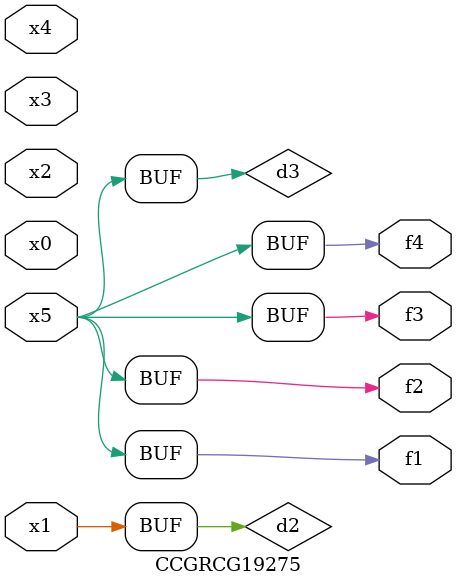
<source format=v>
module CCGRCG19275(
	input x0, x1, x2, x3, x4, x5,
	output f1, f2, f3, f4
);

	wire d1, d2, d3;

	not (d1, x5);
	or (d2, x1);
	xnor (d3, d1);
	assign f1 = d3;
	assign f2 = d3;
	assign f3 = d3;
	assign f4 = d3;
endmodule

</source>
